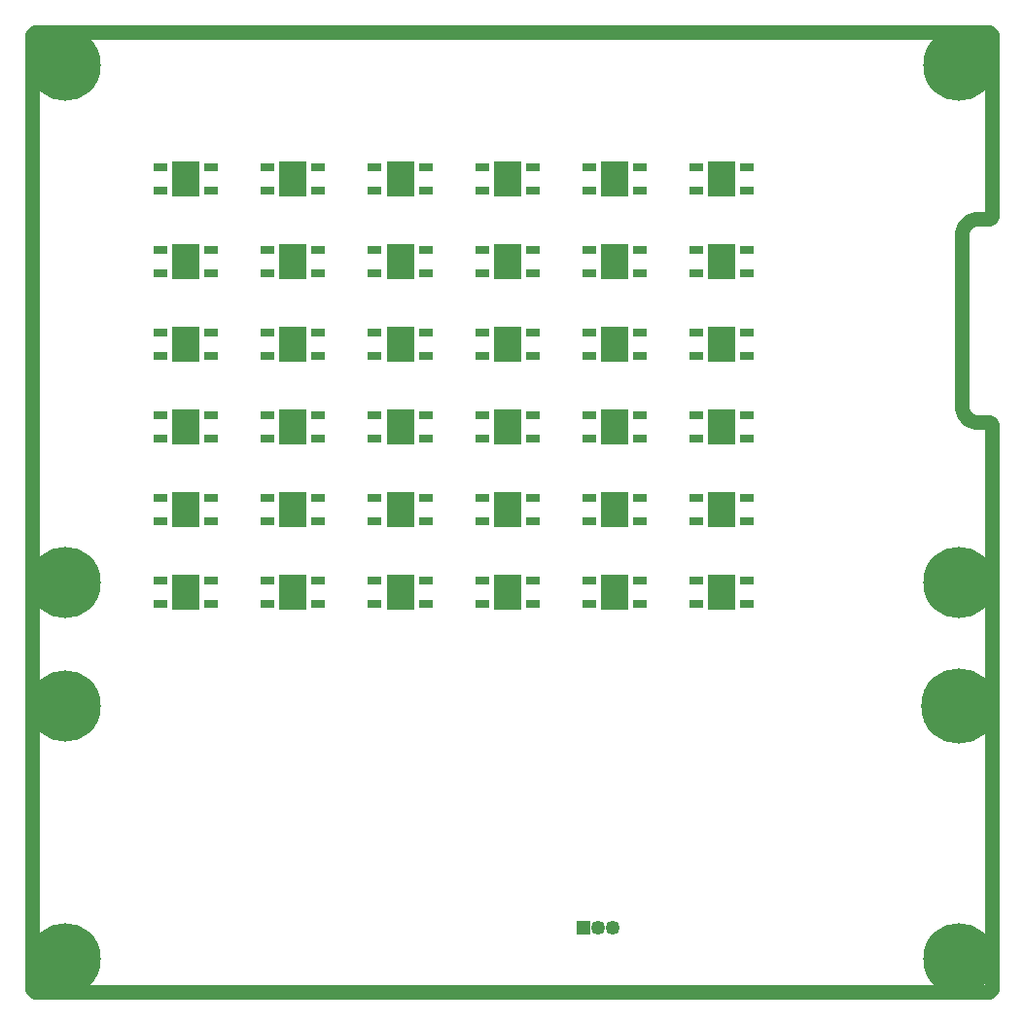
<source format=gbr>
G04*
G04 #@! TF.GenerationSoftware,Altium Limited,Altium Designer,24.1.2 (44)*
G04*
G04 Layer_Color=16711935*
%FSLAX44Y44*%
%MOMM*%
G71*
G04*
G04 #@! TF.SameCoordinates,547FC346-5DB1-4F5D-A62A-A18CB5EC7F78*
G04*
G04*
G04 #@! TF.FilePolarity,Negative*
G04*
G01*
G75*
%ADD39C,1.2700*%
%ADD52R,1.2532X1.2532*%
%ADD53C,1.2532*%
%ADD54C,0.6032*%
%ADD55C,6.5532*%
%ADD56C,1.2032*%
%ADD57C,1.4032*%
%ADD58C,6.2032*%
%ADD70R,1.1938X0.7620*%
%ADD71R,2.4892X3.0988*%
D39*
X6850Y12000D02*
X7540Y9425D01*
X9425Y7540D01*
X12000Y6850D01*
X843150Y838000D02*
X842460Y840575D01*
X840575Y842460D01*
X838000Y843150D01*
X12000Y843150D02*
X9425Y842460D01*
X7540Y840575D01*
X6850Y838000D01*
X840000Y679908D02*
X842227Y680830D01*
X843150Y683057D01*
X838000Y6850D02*
X840575Y7540D01*
X842460Y9425D01*
X843150Y12000D01*
X817010Y515497D02*
X817307Y512860D01*
X818184Y510356D01*
X819595Y508109D01*
X821472Y506232D01*
X823719Y504821D01*
X826223Y503944D01*
X828860Y503647D01*
X843150Y500497D02*
X842227Y502724D01*
X840000Y503647D01*
X828860Y679908D02*
X826223Y679610D01*
X823719Y678734D01*
X821472Y677322D01*
X819595Y675446D01*
X818184Y673199D01*
X817307Y670694D01*
X817010Y668057D01*
X828860Y679908D02*
X840000D01*
X12000Y843150D02*
X837941D01*
X828860Y503647D02*
X840000D01*
X12059Y6850D02*
X838000D01*
X817010Y515497D02*
Y668057D01*
X843150Y683099D02*
Y838000D01*
X843150Y12042D02*
Y500497D01*
X6850Y12000D02*
Y837941D01*
D52*
X487680Y62820D02*
D03*
D53*
X500380D02*
D03*
X513080D02*
D03*
D54*
X843526Y836646D02*
D03*
Y826646D02*
D03*
Y816646D02*
D03*
Y806646D02*
D03*
Y796646D02*
D03*
Y786646D02*
D03*
Y776646D02*
D03*
Y766646D02*
D03*
Y756646D02*
D03*
Y746646D02*
D03*
Y736646D02*
D03*
Y726646D02*
D03*
Y716646D02*
D03*
Y706646D02*
D03*
Y696646D02*
D03*
Y686646D02*
D03*
X836499Y679532D02*
D03*
X826504Y679234D02*
D03*
X818616Y673087D02*
D03*
X817386Y663163D02*
D03*
Y653163D02*
D03*
Y643163D02*
D03*
Y633163D02*
D03*
Y623163D02*
D03*
Y613163D02*
D03*
Y603163D02*
D03*
Y593163D02*
D03*
Y583163D02*
D03*
Y573163D02*
D03*
Y563163D02*
D03*
Y553163D02*
D03*
Y543163D02*
D03*
Y533163D02*
D03*
Y523163D02*
D03*
X817680Y513168D02*
D03*
X823805Y505263D02*
D03*
X833728Y504023D02*
D03*
X843375Y501389D02*
D03*
X843526Y491390D02*
D03*
Y481390D02*
D03*
Y471390D02*
D03*
Y461390D02*
D03*
Y451390D02*
D03*
Y441390D02*
D03*
Y431390D02*
D03*
Y421390D02*
D03*
Y411390D02*
D03*
Y401390D02*
D03*
Y391390D02*
D03*
Y381390D02*
D03*
Y371390D02*
D03*
Y361390D02*
D03*
Y351390D02*
D03*
Y341390D02*
D03*
Y331390D02*
D03*
Y321390D02*
D03*
Y311391D02*
D03*
Y301391D02*
D03*
Y291391D02*
D03*
Y281391D02*
D03*
Y271391D02*
D03*
Y261391D02*
D03*
Y251391D02*
D03*
Y241391D02*
D03*
Y231391D02*
D03*
Y221391D02*
D03*
Y211391D02*
D03*
Y201391D02*
D03*
Y191391D02*
D03*
Y181391D02*
D03*
Y171391D02*
D03*
Y161391D02*
D03*
Y151391D02*
D03*
Y141391D02*
D03*
Y131391D02*
D03*
Y121391D02*
D03*
Y111391D02*
D03*
Y101391D02*
D03*
Y91391D02*
D03*
Y81391D02*
D03*
Y71391D02*
D03*
Y61391D02*
D03*
Y51391D02*
D03*
Y41391D02*
D03*
Y31391D02*
D03*
Y21391D02*
D03*
X843451Y11391D02*
D03*
X834744Y6474D02*
D03*
X824744D02*
D03*
X814744D02*
D03*
X804744D02*
D03*
X794744D02*
D03*
X784744D02*
D03*
X774744D02*
D03*
X764744D02*
D03*
X754744D02*
D03*
X744744D02*
D03*
X734744D02*
D03*
X724744D02*
D03*
X714744D02*
D03*
X704744D02*
D03*
X694744D02*
D03*
X684744D02*
D03*
X674744D02*
D03*
X664744D02*
D03*
X654744D02*
D03*
X644744D02*
D03*
X634744D02*
D03*
X624744D02*
D03*
X614744D02*
D03*
X604744D02*
D03*
X594744D02*
D03*
X584744D02*
D03*
X574744D02*
D03*
X564744D02*
D03*
X554744D02*
D03*
X544744D02*
D03*
X534744D02*
D03*
X524744D02*
D03*
X514744D02*
D03*
X504744D02*
D03*
X494744D02*
D03*
X484744D02*
D03*
X474744D02*
D03*
X464744D02*
D03*
X454744D02*
D03*
X444744D02*
D03*
X434744D02*
D03*
X424744D02*
D03*
X414744D02*
D03*
X404745D02*
D03*
X394745D02*
D03*
X384745D02*
D03*
X374745D02*
D03*
X364745D02*
D03*
X354745D02*
D03*
X344745D02*
D03*
X334745D02*
D03*
X324745D02*
D03*
X314745D02*
D03*
X304745D02*
D03*
X294745D02*
D03*
X284745D02*
D03*
X274745D02*
D03*
X264745D02*
D03*
X254745D02*
D03*
X244745D02*
D03*
X234745D02*
D03*
X224745D02*
D03*
X214745D02*
D03*
X204745D02*
D03*
X194745D02*
D03*
X184745D02*
D03*
X174745D02*
D03*
X164745D02*
D03*
X154745D02*
D03*
X144745D02*
D03*
X134745D02*
D03*
X124745D02*
D03*
X114745D02*
D03*
X104745D02*
D03*
X94745D02*
D03*
X84745D02*
D03*
X74745D02*
D03*
X64745D02*
D03*
X54745D02*
D03*
X44745D02*
D03*
X34745D02*
D03*
X24745D02*
D03*
X14745D02*
D03*
X6474Y12095D02*
D03*
Y22095D02*
D03*
Y32095D02*
D03*
Y42095D02*
D03*
Y52095D02*
D03*
Y62095D02*
D03*
Y72095D02*
D03*
Y82095D02*
D03*
Y92094D02*
D03*
Y102094D02*
D03*
Y112094D02*
D03*
Y122094D02*
D03*
Y132094D02*
D03*
Y142094D02*
D03*
Y152094D02*
D03*
Y162094D02*
D03*
Y172094D02*
D03*
Y182094D02*
D03*
Y192094D02*
D03*
Y202094D02*
D03*
Y212094D02*
D03*
Y222094D02*
D03*
Y232094D02*
D03*
Y242094D02*
D03*
Y252094D02*
D03*
Y262094D02*
D03*
Y272094D02*
D03*
Y282094D02*
D03*
Y292094D02*
D03*
Y302094D02*
D03*
Y312094D02*
D03*
Y322094D02*
D03*
Y332094D02*
D03*
Y342094D02*
D03*
Y352094D02*
D03*
Y362094D02*
D03*
Y372094D02*
D03*
Y382094D02*
D03*
Y392094D02*
D03*
Y402094D02*
D03*
Y412094D02*
D03*
Y422094D02*
D03*
Y432094D02*
D03*
Y442094D02*
D03*
Y452094D02*
D03*
Y462094D02*
D03*
Y472094D02*
D03*
Y482094D02*
D03*
Y492094D02*
D03*
Y502094D02*
D03*
Y512094D02*
D03*
Y522094D02*
D03*
Y532094D02*
D03*
Y542094D02*
D03*
Y552094D02*
D03*
Y562094D02*
D03*
Y572094D02*
D03*
Y582094D02*
D03*
Y592094D02*
D03*
Y602094D02*
D03*
Y612094D02*
D03*
Y622094D02*
D03*
Y632094D02*
D03*
Y642093D02*
D03*
Y652093D02*
D03*
Y662093D02*
D03*
Y672093D02*
D03*
Y682093D02*
D03*
Y692093D02*
D03*
Y702093D02*
D03*
Y712093D02*
D03*
Y722093D02*
D03*
Y732093D02*
D03*
Y742093D02*
D03*
Y752093D02*
D03*
Y762093D02*
D03*
Y772093D02*
D03*
Y782093D02*
D03*
Y792093D02*
D03*
Y802093D02*
D03*
Y812093D02*
D03*
Y822093D02*
D03*
Y832093D02*
D03*
X8143Y841953D02*
D03*
X18018Y843526D02*
D03*
X28018D02*
D03*
X38018D02*
D03*
X48018D02*
D03*
X58018D02*
D03*
X68018D02*
D03*
X78018D02*
D03*
X88018D02*
D03*
X98018D02*
D03*
X108018D02*
D03*
X118018D02*
D03*
X128018D02*
D03*
X138018D02*
D03*
X148018D02*
D03*
X158018D02*
D03*
X168018D02*
D03*
X178018D02*
D03*
X188018D02*
D03*
X198018D02*
D03*
X208018D02*
D03*
X218018D02*
D03*
X228018D02*
D03*
X238018D02*
D03*
X248018D02*
D03*
X258018D02*
D03*
X268018D02*
D03*
X278018D02*
D03*
X288018D02*
D03*
X298018D02*
D03*
X308018D02*
D03*
X318018D02*
D03*
X328018D02*
D03*
X338018D02*
D03*
X348018D02*
D03*
X358018D02*
D03*
X368018D02*
D03*
X378018D02*
D03*
X388018D02*
D03*
X398018D02*
D03*
X408018D02*
D03*
X418018D02*
D03*
X428018D02*
D03*
X438018D02*
D03*
X448018D02*
D03*
X458018D02*
D03*
X468018D02*
D03*
X478018D02*
D03*
X488018D02*
D03*
X498017D02*
D03*
X508017D02*
D03*
X518017D02*
D03*
X528017D02*
D03*
X538017D02*
D03*
X548017D02*
D03*
X558017D02*
D03*
X568017D02*
D03*
X578017D02*
D03*
X588017D02*
D03*
X598017D02*
D03*
X608017D02*
D03*
X618017D02*
D03*
X628017D02*
D03*
X638017D02*
D03*
X648017D02*
D03*
X658017D02*
D03*
X668017D02*
D03*
X678017D02*
D03*
X688017D02*
D03*
X698017D02*
D03*
X708017D02*
D03*
X718017D02*
D03*
X728017D02*
D03*
X738017D02*
D03*
X748017D02*
D03*
X758017D02*
D03*
X768017D02*
D03*
X778017D02*
D03*
X788017D02*
D03*
X798017D02*
D03*
X808017D02*
D03*
X818017D02*
D03*
X828017D02*
D03*
X838017Y843529D02*
D03*
D55*
X814477Y256000D02*
D03*
D56*
X805729Y277120D02*
D03*
X793357Y247252D02*
D03*
X823225Y234880D02*
D03*
X835597Y264748D02*
D03*
X823225Y277120D02*
D03*
X793357Y264748D02*
D03*
X805729Y234880D02*
D03*
X835597Y247252D02*
D03*
D57*
X835120Y822748D02*
D03*
X805252Y835120D02*
D03*
X792880Y44748D02*
D03*
X822748Y57120D02*
D03*
X835120Y355252D02*
D03*
X822748Y14880D02*
D03*
X805252Y57120D02*
D03*
X835120Y44748D02*
D03*
X792880Y27252D02*
D03*
X805252Y342880D02*
D03*
X792880Y372748D02*
D03*
X822748Y385120D02*
D03*
X835120Y372748D02*
D03*
X822748Y342880D02*
D03*
X57120Y372748D02*
D03*
X44748Y342880D02*
D03*
X14880Y355252D02*
D03*
X27252Y385120D02*
D03*
X792880Y355252D02*
D03*
X805252Y385120D02*
D03*
X835120Y805252D02*
D03*
X805252Y792880D02*
D03*
X792880Y822748D02*
D03*
X822748Y835120D02*
D03*
Y792880D02*
D03*
X792880Y805252D02*
D03*
X57120D02*
D03*
X27252Y792880D02*
D03*
X14880Y822748D02*
D03*
X44748Y835120D02*
D03*
X57120Y822748D02*
D03*
X44748Y792880D02*
D03*
X14880Y805252D02*
D03*
X27252Y835120D02*
D03*
X57120Y355252D02*
D03*
X27252Y342880D02*
D03*
X14880Y372748D02*
D03*
X44748Y385120D02*
D03*
X805252Y14880D02*
D03*
X44748Y14880D02*
D03*
X57120Y247252D02*
D03*
X57120Y44748D02*
D03*
X835120Y27252D02*
D03*
X14880Y264748D02*
D03*
X14880Y27252D02*
D03*
X44748Y234880D02*
D03*
X57120Y264748D02*
D03*
X44748Y277120D02*
D03*
X27252Y277120D02*
D03*
Y234880D02*
D03*
X44748Y57120D02*
D03*
X57120Y27252D02*
D03*
X27252Y14880D02*
D03*
Y57120D02*
D03*
X14880Y44748D02*
D03*
X14880Y247252D02*
D03*
D58*
X36000Y256000D02*
D03*
Y36000D02*
D03*
X814000D02*
D03*
Y364000D02*
D03*
Y814000D02*
D03*
X36000D02*
D03*
Y364000D02*
D03*
D70*
X163098Y705000D02*
D03*
X118902Y725000D02*
D03*
Y705000D02*
D03*
X163098Y725000D02*
D03*
Y653000D02*
D03*
X118902Y633000D02*
D03*
Y653000D02*
D03*
X163098Y633000D02*
D03*
X256438Y653000D02*
D03*
X212242Y633000D02*
D03*
Y653000D02*
D03*
X256438Y633000D02*
D03*
Y725000D02*
D03*
X212242Y705000D02*
D03*
Y725000D02*
D03*
X256438Y705000D02*
D03*
X349778Y653000D02*
D03*
X305582Y633000D02*
D03*
Y653000D02*
D03*
X349778Y633000D02*
D03*
Y705000D02*
D03*
X305582Y725000D02*
D03*
Y705000D02*
D03*
X349778Y725000D02*
D03*
X536458Y653000D02*
D03*
X492262Y633000D02*
D03*
Y653000D02*
D03*
X536458Y633000D02*
D03*
X443118D02*
D03*
X398922Y653000D02*
D03*
Y633000D02*
D03*
X443118Y653000D02*
D03*
Y725000D02*
D03*
X398922Y705000D02*
D03*
Y725000D02*
D03*
X443118Y705000D02*
D03*
X536458D02*
D03*
X492262Y725000D02*
D03*
Y705000D02*
D03*
X536458Y725000D02*
D03*
X629798Y705000D02*
D03*
X585602Y725000D02*
D03*
Y705000D02*
D03*
X629798Y725000D02*
D03*
Y653000D02*
D03*
X585602Y633000D02*
D03*
Y653000D02*
D03*
X629798Y633000D02*
D03*
Y581000D02*
D03*
X585602Y561000D02*
D03*
Y581000D02*
D03*
X629798Y561000D02*
D03*
X536458D02*
D03*
X492262Y581000D02*
D03*
Y561000D02*
D03*
X536458Y581000D02*
D03*
X443118D02*
D03*
X398922Y561000D02*
D03*
Y581000D02*
D03*
X443118Y561000D02*
D03*
X349778Y581000D02*
D03*
X305582Y561000D02*
D03*
Y581000D02*
D03*
X349778Y561000D02*
D03*
X256438Y581000D02*
D03*
X212242Y561000D02*
D03*
Y581000D02*
D03*
X256438Y561000D02*
D03*
X163098D02*
D03*
X118902Y581000D02*
D03*
Y561000D02*
D03*
X163098Y581000D02*
D03*
Y345000D02*
D03*
X118902Y365000D02*
D03*
Y345000D02*
D03*
X163098Y365000D02*
D03*
Y509000D02*
D03*
X118902Y489000D02*
D03*
Y509000D02*
D03*
X163098Y489000D02*
D03*
X256438Y509000D02*
D03*
X212242Y489000D02*
D03*
Y509000D02*
D03*
X256438Y489000D02*
D03*
X349778Y509000D02*
D03*
X305582Y489000D02*
D03*
Y509000D02*
D03*
X349778Y489000D02*
D03*
X256438Y365000D02*
D03*
X212242Y345000D02*
D03*
Y365000D02*
D03*
X256438Y345000D02*
D03*
X349778D02*
D03*
X305582Y365000D02*
D03*
Y345000D02*
D03*
X349778Y365000D02*
D03*
X443118Y345000D02*
D03*
X398922Y365000D02*
D03*
Y345000D02*
D03*
X443118Y365000D02*
D03*
X536458Y345000D02*
D03*
X492262Y365000D02*
D03*
Y345000D02*
D03*
X536458Y365000D02*
D03*
X629798D02*
D03*
X585602Y345000D02*
D03*
Y365000D02*
D03*
X629798Y345000D02*
D03*
X443118Y509000D02*
D03*
X398922Y489000D02*
D03*
Y509000D02*
D03*
X443118Y489000D02*
D03*
X536458Y509000D02*
D03*
X492262Y489000D02*
D03*
Y509000D02*
D03*
X536458Y489000D02*
D03*
X629798D02*
D03*
X585602Y509000D02*
D03*
Y489000D02*
D03*
X629798Y509000D02*
D03*
X163098Y437000D02*
D03*
X118902Y417000D02*
D03*
Y437000D02*
D03*
X163098Y417000D02*
D03*
X443118Y437000D02*
D03*
X398922Y417000D02*
D03*
Y437000D02*
D03*
X443118Y417000D02*
D03*
X536458Y437000D02*
D03*
X492262Y417000D02*
D03*
Y437000D02*
D03*
X536458Y417000D02*
D03*
X256438Y437000D02*
D03*
X212242Y417000D02*
D03*
Y437000D02*
D03*
X256438Y417000D02*
D03*
X349778Y437000D02*
D03*
X305582Y417000D02*
D03*
Y437000D02*
D03*
X349778Y417000D02*
D03*
X629798Y437000D02*
D03*
X585602Y417000D02*
D03*
Y437000D02*
D03*
X629798Y417000D02*
D03*
D71*
X141000Y715000D02*
D03*
Y643000D02*
D03*
X234340D02*
D03*
Y715000D02*
D03*
X327680Y643000D02*
D03*
Y715000D02*
D03*
X514360Y643000D02*
D03*
X421020D02*
D03*
Y715000D02*
D03*
X514360D02*
D03*
X607700D02*
D03*
Y643000D02*
D03*
Y571000D02*
D03*
X514360D02*
D03*
X421020D02*
D03*
X327680D02*
D03*
X234340D02*
D03*
X141000D02*
D03*
Y355000D02*
D03*
Y499000D02*
D03*
X234340D02*
D03*
X327680D02*
D03*
X234340Y355000D02*
D03*
X327680D02*
D03*
X421020D02*
D03*
X514360D02*
D03*
X607700D02*
D03*
X421020Y499000D02*
D03*
X514360D02*
D03*
X607700D02*
D03*
X141000Y427000D02*
D03*
X421020D02*
D03*
X514360D02*
D03*
X234340D02*
D03*
X327680D02*
D03*
X607700D02*
D03*
M02*

</source>
